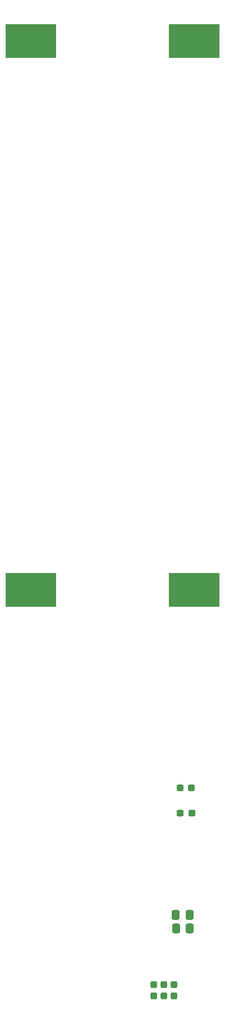
<source format=gbp>
G04 #@! TF.GenerationSoftware,KiCad,Pcbnew,8.0.3*
G04 #@! TF.CreationDate,2025-04-07T19:30:46+02:00*
G04 #@! TF.ProjectId,TIDA-PowerPack,54494441-2d50-46f7-9765-725061636b2e,rev?*
G04 #@! TF.SameCoordinates,Original*
G04 #@! TF.FileFunction,Paste,Bot*
G04 #@! TF.FilePolarity,Positive*
%FSLAX46Y46*%
G04 Gerber Fmt 4.6, Leading zero omitted, Abs format (unit mm)*
G04 Created by KiCad (PCBNEW 8.0.3) date 2025-04-07 19:30:46*
%MOMM*%
%LPD*%
G01*
G04 APERTURE LIST*
G04 Aperture macros list*
%AMRoundRect*
0 Rectangle with rounded corners*
0 $1 Rounding radius*
0 $2 $3 $4 $5 $6 $7 $8 $9 X,Y pos of 4 corners*
0 Add a 4 corners polygon primitive as box body*
4,1,4,$2,$3,$4,$5,$6,$7,$8,$9,$2,$3,0*
0 Add four circle primitives for the rounded corners*
1,1,$1+$1,$2,$3*
1,1,$1+$1,$4,$5*
1,1,$1+$1,$6,$7*
1,1,$1+$1,$8,$9*
0 Add four rect primitives between the rounded corners*
20,1,$1+$1,$2,$3,$4,$5,0*
20,1,$1+$1,$4,$5,$6,$7,0*
20,1,$1+$1,$6,$7,$8,$9,0*
20,1,$1+$1,$8,$9,$2,$3,0*%
G04 Aperture macros list end*
%ADD10R,7.620000X5.080000*%
%ADD11RoundRect,0.237500X0.300000X0.237500X-0.300000X0.237500X-0.300000X-0.237500X0.300000X-0.237500X0*%
%ADD12RoundRect,0.237500X-0.237500X0.300000X-0.237500X-0.300000X0.237500X-0.300000X0.237500X0.300000X0*%
%ADD13RoundRect,0.250000X-0.337500X-0.475000X0.337500X-0.475000X0.337500X0.475000X-0.337500X0.475000X0*%
%ADD14RoundRect,0.237500X-0.300000X-0.237500X0.300000X-0.237500X0.300000X0.237500X-0.300000X0.237500X0*%
G04 APERTURE END LIST*
D10*
X129300000Y-47280000D03*
X129300000Y-129900000D03*
D11*
X153545000Y-159700000D03*
X151820000Y-159700000D03*
D12*
X147900000Y-189337500D03*
X147900000Y-191062500D03*
D13*
X151215000Y-178850000D03*
X153290000Y-178850000D03*
X151227500Y-180850000D03*
X153302500Y-180850000D03*
D12*
X150905000Y-189337500D03*
X150905000Y-191062500D03*
D14*
X151887500Y-163500000D03*
X153612500Y-163500000D03*
D12*
X149405000Y-189337500D03*
X149405000Y-191062500D03*
D10*
X154000000Y-129900000D03*
X154000000Y-47280000D03*
M02*

</source>
